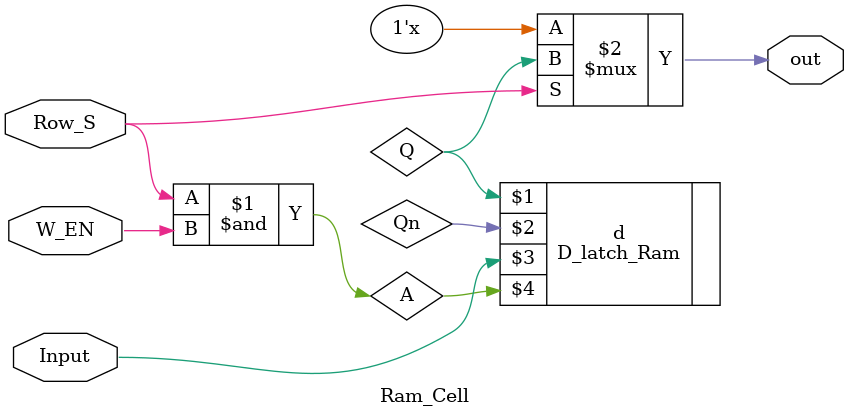
<source format=v>
module Ram_Cell(out,Row_S,Input,W_EN);

input Row_S,Input,W_EN;
output out;
wire A,Q;
wire Qn;

and a(A,Row_S,W_EN);
//module D_latch(Q,Qn,D,CLK);
//module D_latch ( D,  Enable,  Q);
//D_latch d(Q,Qn,Input,A);
D_latch_Ram d(Q,Qn,Input,A);

bufif1 buf1(out,Q, Row_S);
endmodule
</source>
